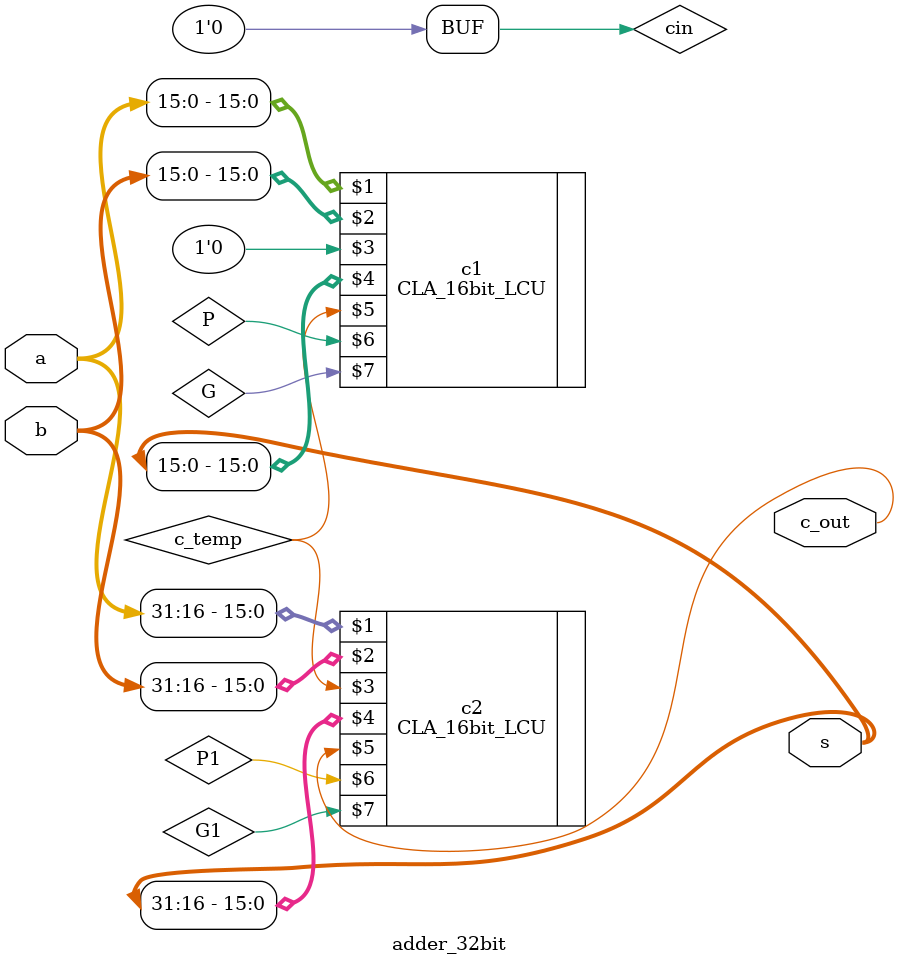
<source format=v>
`timescale 1ns / 1ps
module adder_32bit(
    input [31:0] a,
    input [31:0] b,
    output [31:0] s,
	 output c_out
    );
	wire c_temp, P, G, P1, G1, cin;
	assign cin = 0;
	CLA_16bit_LCU c1(a[15:0], b[15:0], cin, s[15:0], c_temp, P, G);
	CLA_16bit_LCU c2(a[31:16], b[31:16], c_temp, s[31:16], c_out, P1, G1);

endmodule

</source>
